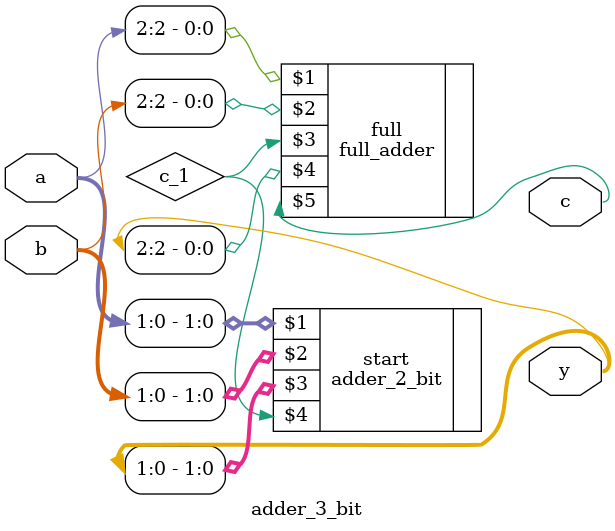
<source format=sv>
module adder_3_bit(a, b, y, c);

input wire [2:0] a;
input wire [2:0] b;
output logic [2:0] y;
output logic c;

wire c_1;

adder_2_bit start(a[1:0], b[1:0], y[1:0], c_1);
full_adder full(a[2], b[2], c_1, y[2], c);


endmodule
</source>
